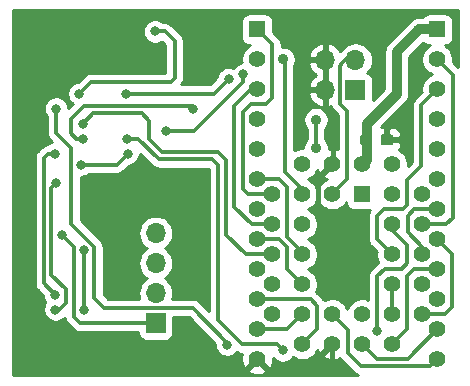
<source format=gbl>
G04 #@! TF.GenerationSoftware,KiCad,Pcbnew,(5.1.0)-1*
G04 #@! TF.CreationDate,2021-03-18T21:34:57+01:00*
G04 #@! TF.ProjectId,Atari OSS Cartridge internal,41746172-6920-44f5-9353-204361727472,rev?*
G04 #@! TF.SameCoordinates,Original*
G04 #@! TF.FileFunction,Copper,L2,Bot*
G04 #@! TF.FilePolarity,Positive*
%FSLAX46Y46*%
G04 Gerber Fmt 4.6, Leading zero omitted, Abs format (unit mm)*
G04 Created by KiCad (PCBNEW (5.1.0)-1) date 2021-03-18 21:34:57*
%MOMM*%
%LPD*%
G04 APERTURE LIST*
%ADD10O,1.700000X1.700000*%
%ADD11R,1.700000X1.700000*%
%ADD12C,1.422400*%
%ADD13R,1.422400X1.422400*%
%ADD14C,0.100000*%
%ADD15C,0.950000*%
%ADD16C,0.900000*%
%ADD17C,0.800000*%
%ADD18C,0.406400*%
%ADD19C,0.304800*%
%ADD20C,0.812800*%
%ADD21C,0.254000*%
G04 APERTURE END LIST*
D10*
X135382000Y-89408000D03*
X137922000Y-89408000D03*
X135382000Y-91948000D03*
D11*
X137922000Y-91948000D03*
D12*
X141046200Y-103327200D03*
X141046200Y-105867200D03*
X141046200Y-108407200D03*
X141046200Y-110947200D03*
X143586200Y-103327200D03*
X143586200Y-105867200D03*
X143586200Y-108407200D03*
X143586200Y-110947200D03*
X138506200Y-110947200D03*
X135966200Y-110947200D03*
X141046200Y-113487200D03*
X138506200Y-113487200D03*
X135966200Y-113487200D03*
X133426200Y-113487200D03*
X133426200Y-110947200D03*
X133426200Y-108407200D03*
X133426200Y-105867200D03*
X133426200Y-103327200D03*
X130886200Y-110947200D03*
X130886200Y-108407200D03*
X130886200Y-105867200D03*
X130886200Y-103327200D03*
X130886200Y-100787200D03*
X141046200Y-98247200D03*
X138506200Y-98247200D03*
X133426200Y-98247200D03*
X135966200Y-98247200D03*
X143586200Y-100787200D03*
X141046200Y-100787200D03*
X133426200Y-100787200D03*
X135966200Y-100787200D03*
D13*
X138506200Y-100787200D03*
D10*
X121031000Y-104063800D03*
X121031000Y-106603800D03*
X121031000Y-109143800D03*
D11*
X121031000Y-111683800D03*
D14*
G36*
X140911179Y-95690544D02*
G01*
X140934234Y-95693963D01*
X140956843Y-95699627D01*
X140978787Y-95707479D01*
X140999857Y-95717444D01*
X141019848Y-95729426D01*
X141038568Y-95743310D01*
X141055838Y-95758962D01*
X141071490Y-95776232D01*
X141085374Y-95794952D01*
X141097356Y-95814943D01*
X141107321Y-95836013D01*
X141115173Y-95857957D01*
X141120837Y-95880566D01*
X141124256Y-95903621D01*
X141125400Y-95926900D01*
X141125400Y-96401900D01*
X141124256Y-96425179D01*
X141120837Y-96448234D01*
X141115173Y-96470843D01*
X141107321Y-96492787D01*
X141097356Y-96513857D01*
X141085374Y-96533848D01*
X141071490Y-96552568D01*
X141055838Y-96569838D01*
X141038568Y-96585490D01*
X141019848Y-96599374D01*
X140999857Y-96611356D01*
X140978787Y-96621321D01*
X140956843Y-96629173D01*
X140934234Y-96634837D01*
X140911179Y-96638256D01*
X140887900Y-96639400D01*
X140312900Y-96639400D01*
X140289621Y-96638256D01*
X140266566Y-96634837D01*
X140243957Y-96629173D01*
X140222013Y-96621321D01*
X140200943Y-96611356D01*
X140180952Y-96599374D01*
X140162232Y-96585490D01*
X140144962Y-96569838D01*
X140129310Y-96552568D01*
X140115426Y-96533848D01*
X140103444Y-96513857D01*
X140093479Y-96492787D01*
X140085627Y-96470843D01*
X140079963Y-96448234D01*
X140076544Y-96425179D01*
X140075400Y-96401900D01*
X140075400Y-95926900D01*
X140076544Y-95903621D01*
X140079963Y-95880566D01*
X140085627Y-95857957D01*
X140093479Y-95836013D01*
X140103444Y-95814943D01*
X140115426Y-95794952D01*
X140129310Y-95776232D01*
X140144962Y-95758962D01*
X140162232Y-95743310D01*
X140180952Y-95729426D01*
X140200943Y-95717444D01*
X140222013Y-95707479D01*
X140243957Y-95699627D01*
X140266566Y-95693963D01*
X140289621Y-95690544D01*
X140312900Y-95689400D01*
X140887900Y-95689400D01*
X140911179Y-95690544D01*
X140911179Y-95690544D01*
G37*
D15*
X140600400Y-96164400D03*
D14*
G36*
X139161179Y-95690544D02*
G01*
X139184234Y-95693963D01*
X139206843Y-95699627D01*
X139228787Y-95707479D01*
X139249857Y-95717444D01*
X139269848Y-95729426D01*
X139288568Y-95743310D01*
X139305838Y-95758962D01*
X139321490Y-95776232D01*
X139335374Y-95794952D01*
X139347356Y-95814943D01*
X139357321Y-95836013D01*
X139365173Y-95857957D01*
X139370837Y-95880566D01*
X139374256Y-95903621D01*
X139375400Y-95926900D01*
X139375400Y-96401900D01*
X139374256Y-96425179D01*
X139370837Y-96448234D01*
X139365173Y-96470843D01*
X139357321Y-96492787D01*
X139347356Y-96513857D01*
X139335374Y-96533848D01*
X139321490Y-96552568D01*
X139305838Y-96569838D01*
X139288568Y-96585490D01*
X139269848Y-96599374D01*
X139249857Y-96611356D01*
X139228787Y-96621321D01*
X139206843Y-96629173D01*
X139184234Y-96634837D01*
X139161179Y-96638256D01*
X139137900Y-96639400D01*
X138562900Y-96639400D01*
X138539621Y-96638256D01*
X138516566Y-96634837D01*
X138493957Y-96629173D01*
X138472013Y-96621321D01*
X138450943Y-96611356D01*
X138430952Y-96599374D01*
X138412232Y-96585490D01*
X138394962Y-96569838D01*
X138379310Y-96552568D01*
X138365426Y-96533848D01*
X138353444Y-96513857D01*
X138343479Y-96492787D01*
X138335627Y-96470843D01*
X138329963Y-96448234D01*
X138326544Y-96425179D01*
X138325400Y-96401900D01*
X138325400Y-95926900D01*
X138326544Y-95903621D01*
X138329963Y-95880566D01*
X138335627Y-95857957D01*
X138343479Y-95836013D01*
X138353444Y-95814943D01*
X138365426Y-95794952D01*
X138379310Y-95776232D01*
X138394962Y-95758962D01*
X138412232Y-95743310D01*
X138430952Y-95729426D01*
X138450943Y-95717444D01*
X138472013Y-95707479D01*
X138493957Y-95699627D01*
X138516566Y-95693963D01*
X138539621Y-95690544D01*
X138562900Y-95689400D01*
X139137900Y-95689400D01*
X139161179Y-95690544D01*
X139161179Y-95690544D01*
G37*
D15*
X138850400Y-96164400D03*
D12*
X129616200Y-114757200D03*
X129616200Y-112217200D03*
X129616200Y-109677200D03*
X129616200Y-107137200D03*
X129616200Y-104597200D03*
X129616200Y-102057200D03*
X129616200Y-99517200D03*
X129616200Y-96977200D03*
X129616200Y-94437200D03*
X129616200Y-91897200D03*
X129616200Y-89357200D03*
D13*
X129616200Y-86817200D03*
D12*
X144856200Y-114757200D03*
X144856200Y-112217200D03*
X144856200Y-109677200D03*
X144856200Y-107137200D03*
X144856200Y-104597200D03*
X144856200Y-102057200D03*
X144856200Y-99517200D03*
X144856200Y-96977200D03*
X144856200Y-94437200D03*
X144856200Y-91897200D03*
X144856200Y-89357200D03*
D13*
X144856200Y-86817200D03*
D16*
X135940800Y-103403400D03*
X135940800Y-105765600D03*
X138176000Y-105740200D03*
X138226800Y-103403400D03*
D17*
X120459500Y-88455500D03*
D16*
X120459500Y-89598500D03*
X113284000Y-88328500D03*
X109474000Y-88328500D03*
X109474000Y-91122500D03*
X109410500Y-85598000D03*
X109537500Y-101981000D03*
X109474000Y-114554000D03*
X111760000Y-114554000D03*
X114046000Y-114554000D03*
X116586000Y-114554000D03*
X122682000Y-114554000D03*
X125222000Y-114554000D03*
X125222000Y-109296200D03*
X118364000Y-101092000D03*
X118364000Y-104648000D03*
X125222000Y-107213400D03*
X135890000Y-107950000D03*
X138176000Y-107950000D03*
X143002000Y-91719400D03*
X139852400Y-90728800D03*
X139852400Y-88442800D03*
X142976600Y-89839800D03*
X118364000Y-106781600D03*
D17*
X112598200Y-93522800D03*
X127076200Y-113512600D03*
X114884200Y-94792800D03*
D16*
X131775200Y-89357200D03*
X134594600Y-94462600D03*
X134594600Y-96850200D03*
D17*
X128447800Y-90627200D03*
X121869200Y-95453200D03*
X114554000Y-92265500D03*
X120967500Y-86995000D03*
X113080800Y-104190800D03*
X114884200Y-96062800D03*
X124180600Y-93522800D03*
X112598200Y-99847400D03*
X112522000Y-110540800D03*
X118643400Y-97332800D03*
X114681000Y-98272600D03*
X112496600Y-97332800D03*
X112496602Y-109270800D03*
X114909600Y-110540800D03*
X114909600Y-105460800D03*
X139776200Y-112344200D03*
X118618000Y-96062800D03*
X131775200Y-113995200D03*
X127203200Y-91033600D03*
X118541800Y-92252800D03*
D18*
X140600400Y-96164400D02*
X140625800Y-96189800D01*
X136017000Y-98196400D02*
X135966200Y-98247200D01*
X135966200Y-98247200D02*
X134721600Y-99491800D01*
X134721600Y-102184200D02*
X135940800Y-103403400D01*
X134721600Y-99491800D02*
X134721600Y-102184200D01*
X135382000Y-93395800D02*
X135382000Y-91948000D01*
X135991600Y-94005400D02*
X135382000Y-93395800D01*
X135966200Y-98247200D02*
X135991600Y-98221800D01*
X135991600Y-98221800D02*
X135991600Y-94005400D01*
X130479800Y-115620800D02*
X129616200Y-114757200D01*
X135966200Y-113487200D02*
X135966200Y-115620800D01*
X135966200Y-115620800D02*
X130479800Y-115620800D01*
D19*
X132156200Y-112217200D02*
X133426200Y-110947200D01*
X129616200Y-112217200D02*
X132156200Y-112217200D01*
X130621988Y-109677200D02*
X129616200Y-109677200D01*
X134137400Y-109677200D02*
X130621988Y-109677200D01*
X134696200Y-110236000D02*
X134137400Y-109677200D01*
X133426200Y-113487200D02*
X134696200Y-112217200D01*
X134696200Y-112217200D02*
X134696200Y-110236000D01*
X132715001Y-107696001D02*
X133426200Y-108407200D01*
X132156200Y-107137200D02*
X132715001Y-107696001D01*
X132156200Y-105283000D02*
X132156200Y-107137200D01*
X129616200Y-104597200D02*
X131470400Y-104597200D01*
X131470400Y-104597200D02*
X132156200Y-105283000D01*
X127076200Y-113334800D02*
X127076200Y-113512600D01*
X124155200Y-110413800D02*
X127076200Y-113334800D01*
X116662200Y-110413800D02*
X124155200Y-110413800D01*
X112598200Y-95580200D02*
X113868200Y-96850200D01*
X112598200Y-93522800D02*
X112598200Y-95580200D01*
X113868200Y-96850200D02*
X113868200Y-103305846D01*
X113868200Y-103305846D02*
X115824000Y-105261646D01*
X115824000Y-105261646D02*
X115824000Y-109575600D01*
X115824000Y-109575600D02*
X116662200Y-110413800D01*
X130621988Y-99517200D02*
X129616200Y-99517200D01*
X131470400Y-99517200D02*
X130621988Y-99517200D01*
X132156200Y-100203000D02*
X131470400Y-99517200D01*
X132156200Y-104419400D02*
X132156200Y-100203000D01*
X133426200Y-105867200D02*
X133426200Y-105689400D01*
X133426200Y-105689400D02*
X132156200Y-104419400D01*
X127000000Y-104241600D02*
X128625600Y-105867200D01*
X126288800Y-97180400D02*
X127000000Y-97891600D01*
X128625600Y-105867200D02*
X130886200Y-105867200D01*
X114884200Y-94792800D02*
X115747800Y-93929200D01*
X127000000Y-97891600D02*
X127000000Y-104241600D01*
X119862600Y-93929200D02*
X120472200Y-94538800D01*
X120472200Y-94538800D02*
X120472200Y-96062800D01*
X120472200Y-96062800D02*
X121589800Y-97180400D01*
X115747800Y-93929200D02*
X119862600Y-93929200D01*
X121589800Y-97180400D02*
X126288800Y-97180400D01*
X129108200Y-91897200D02*
X129616200Y-91897200D01*
X127685800Y-93319600D02*
X129108200Y-91897200D01*
X127685800Y-101854000D02*
X127685800Y-93319600D01*
X130886200Y-103327200D02*
X129159000Y-103327200D01*
X129159000Y-103327200D02*
X127685800Y-101854000D01*
X133426200Y-100787200D02*
X133426200Y-100355400D01*
X133426200Y-100355400D02*
X131978400Y-98907600D01*
X131978400Y-98907600D02*
X131978400Y-92456000D01*
X131978400Y-92456000D02*
X131978400Y-89560400D01*
X131978400Y-89560400D02*
X131775200Y-89357200D01*
X130886200Y-88087200D02*
X129616200Y-86817200D01*
X128854200Y-100787200D02*
X128371600Y-100304600D01*
X130886200Y-100787200D02*
X128854200Y-100787200D01*
X130886200Y-92633800D02*
X130886200Y-88087200D01*
X128371600Y-100304600D02*
X128371600Y-93853000D01*
X128371600Y-93853000D02*
X129057400Y-93167200D01*
X129057400Y-93167200D02*
X130352800Y-93167200D01*
X130352800Y-93167200D02*
X130886200Y-92633800D01*
X136677399Y-111658399D02*
X135966200Y-110947200D01*
X137261600Y-112242600D02*
X136677399Y-111658399D01*
X137261600Y-114223800D02*
X137261600Y-112242600D01*
X138379200Y-115341400D02*
X137261600Y-114223800D01*
X144856200Y-114757200D02*
X144272000Y-115341400D01*
X144272000Y-115341400D02*
X138379200Y-115341400D01*
X139217399Y-114198399D02*
X138506200Y-113487200D01*
X139750800Y-114731800D02*
X139217399Y-114198399D01*
X144856200Y-112217200D02*
X142341600Y-114731800D01*
X142341600Y-114731800D02*
X139750800Y-114731800D01*
X143850412Y-107137200D02*
X144856200Y-107137200D01*
X142875000Y-107137200D02*
X143850412Y-107137200D01*
X142316200Y-107696000D02*
X142875000Y-107137200D01*
X141046200Y-113487200D02*
X142316200Y-112217200D01*
X142316200Y-112217200D02*
X142316200Y-107696000D01*
X145567399Y-105308399D02*
X144856200Y-104597200D01*
X146100800Y-105841800D02*
X145567399Y-105308399D01*
X146100800Y-110337600D02*
X146100800Y-105841800D01*
X143586200Y-110947200D02*
X145491200Y-110947200D01*
X145491200Y-110947200D02*
X146100800Y-110337600D01*
X143850412Y-102057200D02*
X144856200Y-102057200D01*
X142900400Y-102057200D02*
X143850412Y-102057200D01*
X142341600Y-102616000D02*
X142900400Y-102057200D01*
X142341600Y-104013000D02*
X142341600Y-102616000D01*
X143586200Y-105867200D02*
X143586200Y-105257600D01*
X143586200Y-105257600D02*
X142341600Y-104013000D01*
X134594600Y-94462600D02*
X134594600Y-96850200D01*
X124258196Y-95453200D02*
X122434885Y-95453200D01*
X122434885Y-95453200D02*
X121869200Y-95453200D01*
X128447800Y-90627200D02*
X128447800Y-91263596D01*
X128447800Y-91263596D02*
X124258196Y-95453200D01*
X143510000Y-98348800D02*
X143510000Y-93243400D01*
X139776200Y-104597200D02*
X139776200Y-102610272D01*
X143510000Y-93243400D02*
X144856200Y-91897200D01*
X141046200Y-105867200D02*
X139776200Y-104597200D01*
X139776200Y-102610272D02*
X140329272Y-102057200D01*
X140329272Y-102057200D02*
X141935200Y-102057200D01*
X142316200Y-99542600D02*
X143510000Y-98348800D01*
X141935200Y-102057200D02*
X142316200Y-101676200D01*
X142316200Y-101676200D02*
X142316200Y-99542600D01*
X145567399Y-90068399D02*
X144856200Y-89357200D01*
X146151600Y-90652600D02*
X145567399Y-90068399D01*
X146151600Y-102768400D02*
X146151600Y-90652600D01*
X143586200Y-103327200D02*
X145592800Y-103327200D01*
X145592800Y-103327200D02*
X146151600Y-102768400D01*
D20*
X143332200Y-86817200D02*
X144856200Y-86817200D01*
X141427200Y-88722200D02*
X143332200Y-86817200D01*
X141427200Y-92278200D02*
X141427200Y-88722200D01*
X138872900Y-94832500D02*
X141427200Y-92278200D01*
X138506200Y-98247200D02*
X138872900Y-97880500D01*
X138872900Y-97880500D02*
X138872900Y-94832500D01*
D19*
X121793000Y-86995000D02*
X120967500Y-86995000D01*
X122631200Y-87833200D02*
X121793000Y-86995000D01*
X122631200Y-90906600D02*
X122631200Y-87833200D01*
X122275600Y-91262200D02*
X122631200Y-90906600D01*
X114554000Y-92265500D02*
X115557300Y-91262200D01*
X115557300Y-91262200D02*
X122275600Y-91262200D01*
X136818001Y-89699199D02*
X137668000Y-88849200D01*
X136626600Y-89890600D02*
X136818001Y-89699199D01*
X136626600Y-93116400D02*
X136626600Y-89890600D01*
X137236200Y-93726000D02*
X136626600Y-93116400D01*
X135966200Y-100787200D02*
X137236200Y-99517200D01*
X137236200Y-99517200D02*
X137236200Y-93726000D01*
X121031000Y-111683800D02*
X114630200Y-111683800D01*
X114630200Y-111683800D02*
X114096800Y-111150400D01*
X114096800Y-111150400D02*
X114096800Y-105206800D01*
X114096800Y-105206800D02*
X113080800Y-104190800D01*
X114249200Y-96062800D02*
X114884200Y-96062800D01*
X113817400Y-95631000D02*
X114249200Y-96062800D01*
X113817400Y-94411800D02*
X113817400Y-95631000D01*
X114909600Y-93319600D02*
X113817400Y-94411800D01*
X124180600Y-93522800D02*
X123977400Y-93319600D01*
X123977400Y-93319600D02*
X114909600Y-93319600D01*
X112198201Y-100247399D02*
X112598200Y-99847400D01*
X112198201Y-107575401D02*
X112198201Y-100247399D01*
X113411000Y-108788200D02*
X112198201Y-107575401D01*
X113411000Y-109956600D02*
X113411000Y-108788200D01*
X112522000Y-110540800D02*
X112826800Y-110540800D01*
X112826800Y-110540800D02*
X113411000Y-109956600D01*
X117703600Y-98272600D02*
X118643400Y-97332800D01*
X114681000Y-98272600D02*
X117703600Y-98272600D01*
X111930915Y-97332800D02*
X111556800Y-97706915D01*
X112496600Y-97332800D02*
X111930915Y-97332800D01*
X111556800Y-108330998D02*
X112496602Y-109270800D01*
X111556800Y-97706915D02*
X111556800Y-108330998D01*
X114909600Y-110540800D02*
X114909600Y-105460800D01*
X141046200Y-103809800D02*
X141046200Y-103327200D01*
X139776200Y-107721400D02*
X140411200Y-107086400D01*
X139776200Y-112344200D02*
X139776200Y-107721400D01*
X140411200Y-107086400D02*
X141833600Y-107086400D01*
X141833600Y-107086400D02*
X142290800Y-106629200D01*
X142290800Y-106629200D02*
X142290800Y-105054400D01*
X142290800Y-105054400D02*
X141046200Y-103809800D01*
X119507000Y-96062800D02*
X118618000Y-96062800D01*
X121259600Y-97815400D02*
X119507000Y-96062800D01*
X131267200Y-113487200D02*
X128320800Y-113487200D01*
X131775200Y-113995200D02*
X131267200Y-113487200D01*
X128320800Y-113487200D02*
X126288800Y-111455200D01*
X126288800Y-111455200D02*
X126288800Y-98298000D01*
X126288800Y-98298000D02*
X125806200Y-97815400D01*
X125806200Y-97815400D02*
X121259600Y-97815400D01*
X141046200Y-108407200D02*
X141046200Y-110947200D01*
X121818400Y-92252800D02*
X125984000Y-92252800D01*
X125984000Y-92252800D02*
X127203200Y-91033600D01*
X121818400Y-92252800D02*
X118541800Y-92252800D01*
D21*
G36*
X146583800Y-89971249D02*
G01*
X146185799Y-89573249D01*
X146202400Y-89489789D01*
X146202400Y-89224611D01*
X146150667Y-88964528D01*
X146049187Y-88719535D01*
X145901862Y-88499047D01*
X145714353Y-88311538D01*
X145497246Y-88166472D01*
X145567400Y-88166472D01*
X145691882Y-88154212D01*
X145811580Y-88117902D01*
X145921894Y-88058937D01*
X146018585Y-87979585D01*
X146097937Y-87882894D01*
X146156902Y-87772580D01*
X146193212Y-87652882D01*
X146205472Y-87528400D01*
X146205472Y-86106000D01*
X146193212Y-85981518D01*
X146156902Y-85861820D01*
X146097937Y-85751506D01*
X146018585Y-85654815D01*
X145921894Y-85575463D01*
X145811580Y-85516498D01*
X145691882Y-85480188D01*
X145567400Y-85467928D01*
X144145000Y-85467928D01*
X144020518Y-85480188D01*
X143900820Y-85516498D01*
X143790506Y-85575463D01*
X143693815Y-85654815D01*
X143614463Y-85751506D01*
X143601477Y-85775800D01*
X143383341Y-85775800D01*
X143332200Y-85770763D01*
X143281058Y-85775800D01*
X143281048Y-85775800D01*
X143128050Y-85790869D01*
X142931746Y-85850417D01*
X142910413Y-85861820D01*
X142750830Y-85947119D01*
X142631989Y-86044649D01*
X142631985Y-86044653D01*
X142592257Y-86077257D01*
X142559653Y-86116985D01*
X140726986Y-87949653D01*
X140687258Y-87982257D01*
X140654654Y-88021985D01*
X140654650Y-88021989D01*
X140557119Y-88140831D01*
X140460418Y-88321745D01*
X140460418Y-88321746D01*
X140406635Y-88499047D01*
X140400870Y-88518051D01*
X140380763Y-88722200D01*
X140385801Y-88773351D01*
X140385800Y-91846838D01*
X139407388Y-92825250D01*
X139410072Y-92798000D01*
X139410072Y-91098000D01*
X139397812Y-90973518D01*
X139361502Y-90853820D01*
X139302537Y-90743506D01*
X139223185Y-90646815D01*
X139126494Y-90567463D01*
X139016180Y-90508498D01*
X138947313Y-90487607D01*
X138977134Y-90463134D01*
X139162706Y-90237014D01*
X139300599Y-89979034D01*
X139385513Y-89699111D01*
X139414185Y-89408000D01*
X139385513Y-89116889D01*
X139300599Y-88836966D01*
X139162706Y-88578986D01*
X138977134Y-88352866D01*
X138751014Y-88167294D01*
X138493034Y-88029401D01*
X138213111Y-87944487D01*
X137994950Y-87923000D01*
X137849050Y-87923000D01*
X137630889Y-87944487D01*
X137350966Y-88029401D01*
X137092986Y-88167294D01*
X136866866Y-88352866D01*
X136681294Y-88578986D01*
X136650416Y-88636756D01*
X136479588Y-88407731D01*
X136263355Y-88212822D01*
X136013252Y-88063843D01*
X135738891Y-87966519D01*
X135509000Y-88087186D01*
X135509000Y-89281000D01*
X135529000Y-89281000D01*
X135529000Y-89535000D01*
X135509000Y-89535000D01*
X135509000Y-91821000D01*
X135529000Y-91821000D01*
X135529000Y-92075000D01*
X135509000Y-92075000D01*
X135509000Y-93268814D01*
X135738891Y-93389481D01*
X135872258Y-93342172D01*
X135895618Y-93419182D01*
X135968734Y-93555971D01*
X136067131Y-93675869D01*
X136097177Y-93700527D01*
X136448801Y-94052152D01*
X136448800Y-96986895D01*
X136414691Y-96970998D01*
X136157098Y-96908024D01*
X135892170Y-96896513D01*
X135679600Y-96929277D01*
X135679600Y-96743337D01*
X135637904Y-96533717D01*
X135556115Y-96336260D01*
X135437375Y-96158553D01*
X135382000Y-96103178D01*
X135382000Y-95209622D01*
X135437375Y-95154247D01*
X135556115Y-94976540D01*
X135637904Y-94779083D01*
X135679600Y-94569463D01*
X135679600Y-94355737D01*
X135637904Y-94146117D01*
X135556115Y-93948660D01*
X135437375Y-93770953D01*
X135286247Y-93619825D01*
X135108540Y-93501085D01*
X134911083Y-93419296D01*
X134701463Y-93377600D01*
X134487737Y-93377600D01*
X134278117Y-93419296D01*
X134080660Y-93501085D01*
X133902953Y-93619825D01*
X133751825Y-93770953D01*
X133633085Y-93948660D01*
X133551296Y-94146117D01*
X133509600Y-94355737D01*
X133509600Y-94569463D01*
X133551296Y-94779083D01*
X133633085Y-94976540D01*
X133751825Y-95154247D01*
X133807200Y-95209622D01*
X133807201Y-96103177D01*
X133751825Y-96158553D01*
X133633085Y-96336260D01*
X133551296Y-96533717D01*
X133509600Y-96743337D01*
X133509600Y-96901000D01*
X133293611Y-96901000D01*
X133033528Y-96952733D01*
X132788535Y-97054213D01*
X132765800Y-97069404D01*
X132765800Y-92304890D01*
X133940524Y-92304890D01*
X133985175Y-92452099D01*
X134110359Y-92714920D01*
X134284412Y-92948269D01*
X134500645Y-93143178D01*
X134750748Y-93292157D01*
X135025109Y-93389481D01*
X135255000Y-93268814D01*
X135255000Y-92075000D01*
X134061845Y-92075000D01*
X133940524Y-92304890D01*
X132765800Y-92304890D01*
X132765800Y-89800922D01*
X132780724Y-89764890D01*
X133940524Y-89764890D01*
X133985175Y-89912099D01*
X134110359Y-90174920D01*
X134284412Y-90408269D01*
X134500645Y-90603178D01*
X134626255Y-90678000D01*
X134500645Y-90752822D01*
X134284412Y-90947731D01*
X134110359Y-91181080D01*
X133985175Y-91443901D01*
X133940524Y-91591110D01*
X134061845Y-91821000D01*
X135255000Y-91821000D01*
X135255000Y-89535000D01*
X134061845Y-89535000D01*
X133940524Y-89764890D01*
X132780724Y-89764890D01*
X132818504Y-89673683D01*
X132860200Y-89464063D01*
X132860200Y-89250337D01*
X132820572Y-89051110D01*
X133940524Y-89051110D01*
X134061845Y-89281000D01*
X135255000Y-89281000D01*
X135255000Y-88087186D01*
X135025109Y-87966519D01*
X134750748Y-88063843D01*
X134500645Y-88212822D01*
X134284412Y-88407731D01*
X134110359Y-88641080D01*
X133985175Y-88903901D01*
X133940524Y-89051110D01*
X132820572Y-89051110D01*
X132818504Y-89040717D01*
X132736715Y-88843260D01*
X132617975Y-88665553D01*
X132466847Y-88514425D01*
X132289140Y-88395685D01*
X132091683Y-88313896D01*
X131882063Y-88272200D01*
X131673600Y-88272200D01*
X131673600Y-88125862D01*
X131677408Y-88087199D01*
X131673600Y-88048536D01*
X131673600Y-88048527D01*
X131662206Y-87932843D01*
X131617182Y-87784417D01*
X131544066Y-87647628D01*
X131445669Y-87527731D01*
X131415633Y-87503081D01*
X130965472Y-87052921D01*
X130965472Y-86106000D01*
X130953212Y-85981518D01*
X130916902Y-85861820D01*
X130857937Y-85751506D01*
X130778585Y-85654815D01*
X130681894Y-85575463D01*
X130571580Y-85516498D01*
X130451882Y-85480188D01*
X130327400Y-85467928D01*
X128905000Y-85467928D01*
X128780518Y-85480188D01*
X128660820Y-85516498D01*
X128550506Y-85575463D01*
X128453815Y-85654815D01*
X128374463Y-85751506D01*
X128315498Y-85861820D01*
X128279188Y-85981518D01*
X128266928Y-86106000D01*
X128266928Y-87528400D01*
X128279188Y-87652882D01*
X128315498Y-87772580D01*
X128374463Y-87882894D01*
X128453815Y-87979585D01*
X128550506Y-88058937D01*
X128660820Y-88117902D01*
X128780518Y-88154212D01*
X128905000Y-88166472D01*
X128975154Y-88166472D01*
X128758047Y-88311538D01*
X128570538Y-88499047D01*
X128423213Y-88719535D01*
X128321733Y-88964528D01*
X128270000Y-89224611D01*
X128270000Y-89489789D01*
X128292482Y-89602818D01*
X128145902Y-89631974D01*
X127957544Y-89709995D01*
X127788026Y-89823263D01*
X127643863Y-89967426D01*
X127576653Y-90068013D01*
X127505098Y-90038374D01*
X127305139Y-89998600D01*
X127101261Y-89998600D01*
X126901302Y-90038374D01*
X126712944Y-90116395D01*
X126543426Y-90229663D01*
X126399263Y-90373826D01*
X126285995Y-90543344D01*
X126207974Y-90731702D01*
X126168200Y-90931661D01*
X126168200Y-90955049D01*
X125657850Y-91465400D01*
X123191218Y-91465400D01*
X123289066Y-91346172D01*
X123362182Y-91209383D01*
X123407206Y-91060957D01*
X123418600Y-90945273D01*
X123418600Y-90945264D01*
X123422408Y-90906601D01*
X123418600Y-90867938D01*
X123418600Y-87871863D01*
X123422408Y-87833200D01*
X123418600Y-87794537D01*
X123418600Y-87794527D01*
X123407206Y-87678843D01*
X123362182Y-87530417D01*
X123338043Y-87485256D01*
X123289066Y-87393627D01*
X123215321Y-87303770D01*
X123190669Y-87273731D01*
X123160627Y-87249077D01*
X122377127Y-86465577D01*
X122352469Y-86435531D01*
X122232572Y-86337134D01*
X122095783Y-86264018D01*
X121947357Y-86218994D01*
X121831673Y-86207600D01*
X121831663Y-86207600D01*
X121793000Y-86203792D01*
X121754337Y-86207600D01*
X121643811Y-86207600D01*
X121627274Y-86191063D01*
X121457756Y-86077795D01*
X121269398Y-85999774D01*
X121069439Y-85960000D01*
X120865561Y-85960000D01*
X120665602Y-85999774D01*
X120477244Y-86077795D01*
X120307726Y-86191063D01*
X120163563Y-86335226D01*
X120050295Y-86504744D01*
X119972274Y-86693102D01*
X119932500Y-86893061D01*
X119932500Y-87096939D01*
X119972274Y-87296898D01*
X120050295Y-87485256D01*
X120163563Y-87654774D01*
X120307726Y-87798937D01*
X120477244Y-87912205D01*
X120665602Y-87990226D01*
X120865561Y-88030000D01*
X121069439Y-88030000D01*
X121269398Y-87990226D01*
X121457756Y-87912205D01*
X121541020Y-87856570D01*
X121843801Y-88159352D01*
X121843800Y-90474800D01*
X115595962Y-90474800D01*
X115557299Y-90470992D01*
X115518636Y-90474800D01*
X115518627Y-90474800D01*
X115402943Y-90486194D01*
X115254517Y-90531218D01*
X115117728Y-90604334D01*
X115117726Y-90604335D01*
X115117727Y-90604335D01*
X115027869Y-90678079D01*
X115027867Y-90678081D01*
X114997831Y-90702731D01*
X114973181Y-90732767D01*
X114475449Y-91230500D01*
X114452061Y-91230500D01*
X114252102Y-91270274D01*
X114063744Y-91348295D01*
X113894226Y-91461563D01*
X113750063Y-91605726D01*
X113636795Y-91775244D01*
X113558774Y-91963602D01*
X113519000Y-92163561D01*
X113519000Y-92367439D01*
X113558774Y-92567398D01*
X113636795Y-92755756D01*
X113750063Y-92925274D01*
X113894226Y-93069437D01*
X113985335Y-93130314D01*
X113633200Y-93482450D01*
X113633200Y-93420861D01*
X113593426Y-93220902D01*
X113515405Y-93032544D01*
X113402137Y-92863026D01*
X113257974Y-92718863D01*
X113088456Y-92605595D01*
X112900098Y-92527574D01*
X112700139Y-92487800D01*
X112496261Y-92487800D01*
X112296302Y-92527574D01*
X112107944Y-92605595D01*
X111938426Y-92718863D01*
X111794263Y-92863026D01*
X111680995Y-93032544D01*
X111602974Y-93220902D01*
X111563200Y-93420861D01*
X111563200Y-93624739D01*
X111602974Y-93824698D01*
X111680995Y-94013056D01*
X111794263Y-94182574D01*
X111810800Y-94199111D01*
X111810801Y-95541527D01*
X111806992Y-95580200D01*
X111822195Y-95734557D01*
X111867218Y-95882982D01*
X111890693Y-95926900D01*
X111940335Y-96019772D01*
X112038732Y-96139669D01*
X112068773Y-96164323D01*
X112234173Y-96329723D01*
X112194702Y-96337574D01*
X112006344Y-96415595D01*
X111836826Y-96528863D01*
X111812428Y-96553261D01*
X111776558Y-96556794D01*
X111628132Y-96601818D01*
X111491343Y-96674934D01*
X111371446Y-96773331D01*
X111346791Y-96803373D01*
X111027377Y-97122788D01*
X110997331Y-97147446D01*
X110898934Y-97267344D01*
X110825818Y-97404133D01*
X110780794Y-97552559D01*
X110769400Y-97668243D01*
X110769400Y-97668252D01*
X110765592Y-97706915D01*
X110769400Y-97745578D01*
X110769401Y-108292325D01*
X110765592Y-108330998D01*
X110780795Y-108485355D01*
X110825818Y-108633780D01*
X110883327Y-108741370D01*
X110898935Y-108770570D01*
X110997332Y-108890467D01*
X111027373Y-108915121D01*
X111461602Y-109349351D01*
X111461602Y-109372739D01*
X111501376Y-109572698D01*
X111579397Y-109761056D01*
X111688811Y-109924805D01*
X111604795Y-110050544D01*
X111526774Y-110238902D01*
X111487000Y-110438861D01*
X111487000Y-110642739D01*
X111526774Y-110842698D01*
X111604795Y-111031056D01*
X111718063Y-111200574D01*
X111862226Y-111344737D01*
X112031744Y-111458005D01*
X112220102Y-111536026D01*
X112420061Y-111575800D01*
X112623939Y-111575800D01*
X112823898Y-111536026D01*
X113012256Y-111458005D01*
X113181774Y-111344737D01*
X113311914Y-111214597D01*
X113320794Y-111304756D01*
X113365818Y-111453182D01*
X113438934Y-111589971D01*
X113537331Y-111709869D01*
X113567377Y-111734527D01*
X114046081Y-112213232D01*
X114070731Y-112243269D01*
X114100767Y-112267919D01*
X114100770Y-112267922D01*
X114167904Y-112323017D01*
X114190628Y-112341666D01*
X114327417Y-112414782D01*
X114475843Y-112459806D01*
X114591527Y-112471200D01*
X114591535Y-112471200D01*
X114630200Y-112475008D01*
X114668865Y-112471200D01*
X119542928Y-112471200D01*
X119542928Y-112533800D01*
X119555188Y-112658282D01*
X119591498Y-112777980D01*
X119650463Y-112888294D01*
X119729815Y-112984985D01*
X119826506Y-113064337D01*
X119936820Y-113123302D01*
X120056518Y-113159612D01*
X120181000Y-113171872D01*
X121881000Y-113171872D01*
X122005482Y-113159612D01*
X122125180Y-113123302D01*
X122235494Y-113064337D01*
X122332185Y-112984985D01*
X122411537Y-112888294D01*
X122470502Y-112777980D01*
X122506812Y-112658282D01*
X122519072Y-112533800D01*
X122519072Y-111201200D01*
X123829050Y-111201200D01*
X126041200Y-113413351D01*
X126041200Y-113614539D01*
X126080974Y-113814498D01*
X126158995Y-114002856D01*
X126272263Y-114172374D01*
X126416426Y-114316537D01*
X126585944Y-114429805D01*
X126774302Y-114507826D01*
X126974261Y-114547600D01*
X127178139Y-114547600D01*
X127378098Y-114507826D01*
X127566456Y-114429805D01*
X127735974Y-114316537D01*
X127880137Y-114172374D01*
X127893869Y-114151823D01*
X127979756Y-114197731D01*
X128018017Y-114218182D01*
X128166443Y-114263206D01*
X128282127Y-114274600D01*
X128282137Y-114274600D01*
X128320800Y-114278408D01*
X128355723Y-114274968D01*
X128339998Y-114308709D01*
X128277024Y-114566302D01*
X128265513Y-114831230D01*
X128305909Y-115093313D01*
X128396658Y-115342480D01*
X128452017Y-115446048D01*
X128686927Y-115506868D01*
X129436595Y-114757200D01*
X129422453Y-114743058D01*
X129602058Y-114563453D01*
X129616200Y-114577595D01*
X129630343Y-114563453D01*
X129809948Y-114743058D01*
X129795805Y-114757200D01*
X130545473Y-115506868D01*
X130780383Y-115446048D01*
X130892402Y-115205691D01*
X130955376Y-114948098D01*
X130966887Y-114683170D01*
X130959926Y-114638007D01*
X130971263Y-114654974D01*
X131115426Y-114799137D01*
X131284944Y-114912405D01*
X131473302Y-114990426D01*
X131673261Y-115030200D01*
X131877139Y-115030200D01*
X132077098Y-114990426D01*
X132265456Y-114912405D01*
X132434974Y-114799137D01*
X132579137Y-114654974D01*
X132632122Y-114575676D01*
X132788535Y-114680187D01*
X133033528Y-114781667D01*
X133293611Y-114833400D01*
X133558789Y-114833400D01*
X133818872Y-114781667D01*
X134063865Y-114680187D01*
X134284353Y-114532862D01*
X134471862Y-114345353D01*
X134619187Y-114124865D01*
X134697169Y-113936600D01*
X134746658Y-114072480D01*
X134802017Y-114176048D01*
X135036927Y-114236868D01*
X135786595Y-113487200D01*
X135772453Y-113473058D01*
X135952058Y-113293453D01*
X135966200Y-113307595D01*
X135980343Y-113293453D01*
X136159948Y-113473058D01*
X136145805Y-113487200D01*
X136159948Y-113501343D01*
X135980343Y-113680948D01*
X135966200Y-113666805D01*
X135216532Y-114416473D01*
X135277352Y-114651383D01*
X135517709Y-114763402D01*
X135775302Y-114826376D01*
X136040230Y-114837887D01*
X136302313Y-114797491D01*
X136551480Y-114706742D01*
X136612542Y-114674103D01*
X136702131Y-114783269D01*
X136732177Y-114807928D01*
X137795077Y-115870828D01*
X137819731Y-115900869D01*
X137939628Y-115999266D01*
X138076417Y-116072382D01*
X138179989Y-116103800D01*
X129716746Y-116103800D01*
X129952313Y-116067491D01*
X130201480Y-115976742D01*
X130305048Y-115921383D01*
X130365868Y-115686473D01*
X129616200Y-114936805D01*
X128866532Y-115686473D01*
X128927352Y-115921383D01*
X129167709Y-116033402D01*
X129425302Y-116096376D01*
X129596167Y-116103800D01*
X108914800Y-116103800D01*
X108914800Y-85191200D01*
X146583800Y-85191200D01*
X146583800Y-89971249D01*
X146583800Y-89971249D01*
G37*
X146583800Y-89971249D02*
X146185799Y-89573249D01*
X146202400Y-89489789D01*
X146202400Y-89224611D01*
X146150667Y-88964528D01*
X146049187Y-88719535D01*
X145901862Y-88499047D01*
X145714353Y-88311538D01*
X145497246Y-88166472D01*
X145567400Y-88166472D01*
X145691882Y-88154212D01*
X145811580Y-88117902D01*
X145921894Y-88058937D01*
X146018585Y-87979585D01*
X146097937Y-87882894D01*
X146156902Y-87772580D01*
X146193212Y-87652882D01*
X146205472Y-87528400D01*
X146205472Y-86106000D01*
X146193212Y-85981518D01*
X146156902Y-85861820D01*
X146097937Y-85751506D01*
X146018585Y-85654815D01*
X145921894Y-85575463D01*
X145811580Y-85516498D01*
X145691882Y-85480188D01*
X145567400Y-85467928D01*
X144145000Y-85467928D01*
X144020518Y-85480188D01*
X143900820Y-85516498D01*
X143790506Y-85575463D01*
X143693815Y-85654815D01*
X143614463Y-85751506D01*
X143601477Y-85775800D01*
X143383341Y-85775800D01*
X143332200Y-85770763D01*
X143281058Y-85775800D01*
X143281048Y-85775800D01*
X143128050Y-85790869D01*
X142931746Y-85850417D01*
X142910413Y-85861820D01*
X142750830Y-85947119D01*
X142631989Y-86044649D01*
X142631985Y-86044653D01*
X142592257Y-86077257D01*
X142559653Y-86116985D01*
X140726986Y-87949653D01*
X140687258Y-87982257D01*
X140654654Y-88021985D01*
X140654650Y-88021989D01*
X140557119Y-88140831D01*
X140460418Y-88321745D01*
X140460418Y-88321746D01*
X140406635Y-88499047D01*
X140400870Y-88518051D01*
X140380763Y-88722200D01*
X140385801Y-88773351D01*
X140385800Y-91846838D01*
X139407388Y-92825250D01*
X139410072Y-92798000D01*
X139410072Y-91098000D01*
X139397812Y-90973518D01*
X139361502Y-90853820D01*
X139302537Y-90743506D01*
X139223185Y-90646815D01*
X139126494Y-90567463D01*
X139016180Y-90508498D01*
X138947313Y-90487607D01*
X138977134Y-90463134D01*
X139162706Y-90237014D01*
X139300599Y-89979034D01*
X139385513Y-89699111D01*
X139414185Y-89408000D01*
X139385513Y-89116889D01*
X139300599Y-88836966D01*
X139162706Y-88578986D01*
X138977134Y-88352866D01*
X138751014Y-88167294D01*
X138493034Y-88029401D01*
X138213111Y-87944487D01*
X137994950Y-87923000D01*
X137849050Y-87923000D01*
X137630889Y-87944487D01*
X137350966Y-88029401D01*
X137092986Y-88167294D01*
X136866866Y-88352866D01*
X136681294Y-88578986D01*
X136650416Y-88636756D01*
X136479588Y-88407731D01*
X136263355Y-88212822D01*
X136013252Y-88063843D01*
X135738891Y-87966519D01*
X135509000Y-88087186D01*
X135509000Y-89281000D01*
X135529000Y-89281000D01*
X135529000Y-89535000D01*
X135509000Y-89535000D01*
X135509000Y-91821000D01*
X135529000Y-91821000D01*
X135529000Y-92075000D01*
X135509000Y-92075000D01*
X135509000Y-93268814D01*
X135738891Y-93389481D01*
X135872258Y-93342172D01*
X135895618Y-93419182D01*
X135968734Y-93555971D01*
X136067131Y-93675869D01*
X136097177Y-93700527D01*
X136448801Y-94052152D01*
X136448800Y-96986895D01*
X136414691Y-96970998D01*
X136157098Y-96908024D01*
X135892170Y-96896513D01*
X135679600Y-96929277D01*
X135679600Y-96743337D01*
X135637904Y-96533717D01*
X135556115Y-96336260D01*
X135437375Y-96158553D01*
X135382000Y-96103178D01*
X135382000Y-95209622D01*
X135437375Y-95154247D01*
X135556115Y-94976540D01*
X135637904Y-94779083D01*
X135679600Y-94569463D01*
X135679600Y-94355737D01*
X135637904Y-94146117D01*
X135556115Y-93948660D01*
X135437375Y-93770953D01*
X135286247Y-93619825D01*
X135108540Y-93501085D01*
X134911083Y-93419296D01*
X134701463Y-93377600D01*
X134487737Y-93377600D01*
X134278117Y-93419296D01*
X134080660Y-93501085D01*
X133902953Y-93619825D01*
X133751825Y-93770953D01*
X133633085Y-93948660D01*
X133551296Y-94146117D01*
X133509600Y-94355737D01*
X133509600Y-94569463D01*
X133551296Y-94779083D01*
X133633085Y-94976540D01*
X133751825Y-95154247D01*
X133807200Y-95209622D01*
X133807201Y-96103177D01*
X133751825Y-96158553D01*
X133633085Y-96336260D01*
X133551296Y-96533717D01*
X133509600Y-96743337D01*
X133509600Y-96901000D01*
X133293611Y-96901000D01*
X133033528Y-96952733D01*
X132788535Y-97054213D01*
X132765800Y-97069404D01*
X132765800Y-92304890D01*
X133940524Y-92304890D01*
X133985175Y-92452099D01*
X134110359Y-92714920D01*
X134284412Y-92948269D01*
X134500645Y-93143178D01*
X134750748Y-93292157D01*
X135025109Y-93389481D01*
X135255000Y-93268814D01*
X135255000Y-92075000D01*
X134061845Y-92075000D01*
X133940524Y-92304890D01*
X132765800Y-92304890D01*
X132765800Y-89800922D01*
X132780724Y-89764890D01*
X133940524Y-89764890D01*
X133985175Y-89912099D01*
X134110359Y-90174920D01*
X134284412Y-90408269D01*
X134500645Y-90603178D01*
X134626255Y-90678000D01*
X134500645Y-90752822D01*
X134284412Y-90947731D01*
X134110359Y-91181080D01*
X133985175Y-91443901D01*
X133940524Y-91591110D01*
X134061845Y-91821000D01*
X135255000Y-91821000D01*
X135255000Y-89535000D01*
X134061845Y-89535000D01*
X133940524Y-89764890D01*
X132780724Y-89764890D01*
X132818504Y-89673683D01*
X132860200Y-89464063D01*
X132860200Y-89250337D01*
X132820572Y-89051110D01*
X133940524Y-89051110D01*
X134061845Y-89281000D01*
X135255000Y-89281000D01*
X135255000Y-88087186D01*
X135025109Y-87966519D01*
X134750748Y-88063843D01*
X134500645Y-88212822D01*
X134284412Y-88407731D01*
X134110359Y-88641080D01*
X133985175Y-88903901D01*
X133940524Y-89051110D01*
X132820572Y-89051110D01*
X132818504Y-89040717D01*
X132736715Y-88843260D01*
X132617975Y-88665553D01*
X132466847Y-88514425D01*
X132289140Y-88395685D01*
X132091683Y-88313896D01*
X131882063Y-88272200D01*
X131673600Y-88272200D01*
X131673600Y-88125862D01*
X131677408Y-88087199D01*
X131673600Y-88048536D01*
X131673600Y-88048527D01*
X131662206Y-87932843D01*
X131617182Y-87784417D01*
X131544066Y-87647628D01*
X131445669Y-87527731D01*
X131415633Y-87503081D01*
X130965472Y-87052921D01*
X130965472Y-86106000D01*
X130953212Y-85981518D01*
X130916902Y-85861820D01*
X130857937Y-85751506D01*
X130778585Y-85654815D01*
X130681894Y-85575463D01*
X130571580Y-85516498D01*
X130451882Y-85480188D01*
X130327400Y-85467928D01*
X128905000Y-85467928D01*
X128780518Y-85480188D01*
X128660820Y-85516498D01*
X128550506Y-85575463D01*
X128453815Y-85654815D01*
X128374463Y-85751506D01*
X128315498Y-85861820D01*
X128279188Y-85981518D01*
X128266928Y-86106000D01*
X128266928Y-87528400D01*
X128279188Y-87652882D01*
X128315498Y-87772580D01*
X128374463Y-87882894D01*
X128453815Y-87979585D01*
X128550506Y-88058937D01*
X128660820Y-88117902D01*
X128780518Y-88154212D01*
X128905000Y-88166472D01*
X128975154Y-88166472D01*
X128758047Y-88311538D01*
X128570538Y-88499047D01*
X128423213Y-88719535D01*
X128321733Y-88964528D01*
X128270000Y-89224611D01*
X128270000Y-89489789D01*
X128292482Y-89602818D01*
X128145902Y-89631974D01*
X127957544Y-89709995D01*
X127788026Y-89823263D01*
X127643863Y-89967426D01*
X127576653Y-90068013D01*
X127505098Y-90038374D01*
X127305139Y-89998600D01*
X127101261Y-89998600D01*
X126901302Y-90038374D01*
X126712944Y-90116395D01*
X126543426Y-90229663D01*
X126399263Y-90373826D01*
X126285995Y-90543344D01*
X126207974Y-90731702D01*
X126168200Y-90931661D01*
X126168200Y-90955049D01*
X125657850Y-91465400D01*
X123191218Y-91465400D01*
X123289066Y-91346172D01*
X123362182Y-91209383D01*
X123407206Y-91060957D01*
X123418600Y-90945273D01*
X123418600Y-90945264D01*
X123422408Y-90906601D01*
X123418600Y-90867938D01*
X123418600Y-87871863D01*
X123422408Y-87833200D01*
X123418600Y-87794537D01*
X123418600Y-87794527D01*
X123407206Y-87678843D01*
X123362182Y-87530417D01*
X123338043Y-87485256D01*
X123289066Y-87393627D01*
X123215321Y-87303770D01*
X123190669Y-87273731D01*
X123160627Y-87249077D01*
X122377127Y-86465577D01*
X122352469Y-86435531D01*
X122232572Y-86337134D01*
X122095783Y-86264018D01*
X121947357Y-86218994D01*
X121831673Y-86207600D01*
X121831663Y-86207600D01*
X121793000Y-86203792D01*
X121754337Y-86207600D01*
X121643811Y-86207600D01*
X121627274Y-86191063D01*
X121457756Y-86077795D01*
X121269398Y-85999774D01*
X121069439Y-85960000D01*
X120865561Y-85960000D01*
X120665602Y-85999774D01*
X120477244Y-86077795D01*
X120307726Y-86191063D01*
X120163563Y-86335226D01*
X120050295Y-86504744D01*
X119972274Y-86693102D01*
X119932500Y-86893061D01*
X119932500Y-87096939D01*
X119972274Y-87296898D01*
X120050295Y-87485256D01*
X120163563Y-87654774D01*
X120307726Y-87798937D01*
X120477244Y-87912205D01*
X120665602Y-87990226D01*
X120865561Y-88030000D01*
X121069439Y-88030000D01*
X121269398Y-87990226D01*
X121457756Y-87912205D01*
X121541020Y-87856570D01*
X121843801Y-88159352D01*
X121843800Y-90474800D01*
X115595962Y-90474800D01*
X115557299Y-90470992D01*
X115518636Y-90474800D01*
X115518627Y-90474800D01*
X115402943Y-90486194D01*
X115254517Y-90531218D01*
X115117728Y-90604334D01*
X115117726Y-90604335D01*
X115117727Y-90604335D01*
X115027869Y-90678079D01*
X115027867Y-90678081D01*
X114997831Y-90702731D01*
X114973181Y-90732767D01*
X114475449Y-91230500D01*
X114452061Y-91230500D01*
X114252102Y-91270274D01*
X114063744Y-91348295D01*
X113894226Y-91461563D01*
X113750063Y-91605726D01*
X113636795Y-91775244D01*
X113558774Y-91963602D01*
X113519000Y-92163561D01*
X113519000Y-92367439D01*
X113558774Y-92567398D01*
X113636795Y-92755756D01*
X113750063Y-92925274D01*
X113894226Y-93069437D01*
X113985335Y-93130314D01*
X113633200Y-93482450D01*
X113633200Y-93420861D01*
X113593426Y-93220902D01*
X113515405Y-93032544D01*
X113402137Y-92863026D01*
X113257974Y-92718863D01*
X113088456Y-92605595D01*
X112900098Y-92527574D01*
X112700139Y-92487800D01*
X112496261Y-92487800D01*
X112296302Y-92527574D01*
X112107944Y-92605595D01*
X111938426Y-92718863D01*
X111794263Y-92863026D01*
X111680995Y-93032544D01*
X111602974Y-93220902D01*
X111563200Y-93420861D01*
X111563200Y-93624739D01*
X111602974Y-93824698D01*
X111680995Y-94013056D01*
X111794263Y-94182574D01*
X111810800Y-94199111D01*
X111810801Y-95541527D01*
X111806992Y-95580200D01*
X111822195Y-95734557D01*
X111867218Y-95882982D01*
X111890693Y-95926900D01*
X111940335Y-96019772D01*
X112038732Y-96139669D01*
X112068773Y-96164323D01*
X112234173Y-96329723D01*
X112194702Y-96337574D01*
X112006344Y-96415595D01*
X111836826Y-96528863D01*
X111812428Y-96553261D01*
X111776558Y-96556794D01*
X111628132Y-96601818D01*
X111491343Y-96674934D01*
X111371446Y-96773331D01*
X111346791Y-96803373D01*
X111027377Y-97122788D01*
X110997331Y-97147446D01*
X110898934Y-97267344D01*
X110825818Y-97404133D01*
X110780794Y-97552559D01*
X110769400Y-97668243D01*
X110769400Y-97668252D01*
X110765592Y-97706915D01*
X110769400Y-97745578D01*
X110769401Y-108292325D01*
X110765592Y-108330998D01*
X110780795Y-108485355D01*
X110825818Y-108633780D01*
X110883327Y-108741370D01*
X110898935Y-108770570D01*
X110997332Y-108890467D01*
X111027373Y-108915121D01*
X111461602Y-109349351D01*
X111461602Y-109372739D01*
X111501376Y-109572698D01*
X111579397Y-109761056D01*
X111688811Y-109924805D01*
X111604795Y-110050544D01*
X111526774Y-110238902D01*
X111487000Y-110438861D01*
X111487000Y-110642739D01*
X111526774Y-110842698D01*
X111604795Y-111031056D01*
X111718063Y-111200574D01*
X111862226Y-111344737D01*
X112031744Y-111458005D01*
X112220102Y-111536026D01*
X112420061Y-111575800D01*
X112623939Y-111575800D01*
X112823898Y-111536026D01*
X113012256Y-111458005D01*
X113181774Y-111344737D01*
X113311914Y-111214597D01*
X113320794Y-111304756D01*
X113365818Y-111453182D01*
X113438934Y-111589971D01*
X113537331Y-111709869D01*
X113567377Y-111734527D01*
X114046081Y-112213232D01*
X114070731Y-112243269D01*
X114100767Y-112267919D01*
X114100770Y-112267922D01*
X114167904Y-112323017D01*
X114190628Y-112341666D01*
X114327417Y-112414782D01*
X114475843Y-112459806D01*
X114591527Y-112471200D01*
X114591535Y-112471200D01*
X114630200Y-112475008D01*
X114668865Y-112471200D01*
X119542928Y-112471200D01*
X119542928Y-112533800D01*
X119555188Y-112658282D01*
X119591498Y-112777980D01*
X119650463Y-112888294D01*
X119729815Y-112984985D01*
X119826506Y-113064337D01*
X119936820Y-113123302D01*
X120056518Y-113159612D01*
X120181000Y-113171872D01*
X121881000Y-113171872D01*
X122005482Y-113159612D01*
X122125180Y-113123302D01*
X122235494Y-113064337D01*
X122332185Y-112984985D01*
X122411537Y-112888294D01*
X122470502Y-112777980D01*
X122506812Y-112658282D01*
X122519072Y-112533800D01*
X122519072Y-111201200D01*
X123829050Y-111201200D01*
X126041200Y-113413351D01*
X126041200Y-113614539D01*
X126080974Y-113814498D01*
X126158995Y-114002856D01*
X126272263Y-114172374D01*
X126416426Y-114316537D01*
X126585944Y-114429805D01*
X126774302Y-114507826D01*
X126974261Y-114547600D01*
X127178139Y-114547600D01*
X127378098Y-114507826D01*
X127566456Y-114429805D01*
X127735974Y-114316537D01*
X127880137Y-114172374D01*
X127893869Y-114151823D01*
X127979756Y-114197731D01*
X128018017Y-114218182D01*
X128166443Y-114263206D01*
X128282127Y-114274600D01*
X128282137Y-114274600D01*
X128320800Y-114278408D01*
X128355723Y-114274968D01*
X128339998Y-114308709D01*
X128277024Y-114566302D01*
X128265513Y-114831230D01*
X128305909Y-115093313D01*
X128396658Y-115342480D01*
X128452017Y-115446048D01*
X128686927Y-115506868D01*
X129436595Y-114757200D01*
X129422453Y-114743058D01*
X129602058Y-114563453D01*
X129616200Y-114577595D01*
X129630343Y-114563453D01*
X129809948Y-114743058D01*
X129795805Y-114757200D01*
X130545473Y-115506868D01*
X130780383Y-115446048D01*
X130892402Y-115205691D01*
X130955376Y-114948098D01*
X130966887Y-114683170D01*
X130959926Y-114638007D01*
X130971263Y-114654974D01*
X131115426Y-114799137D01*
X131284944Y-114912405D01*
X131473302Y-114990426D01*
X131673261Y-115030200D01*
X131877139Y-115030200D01*
X132077098Y-114990426D01*
X132265456Y-114912405D01*
X132434974Y-114799137D01*
X132579137Y-114654974D01*
X132632122Y-114575676D01*
X132788535Y-114680187D01*
X133033528Y-114781667D01*
X133293611Y-114833400D01*
X133558789Y-114833400D01*
X133818872Y-114781667D01*
X134063865Y-114680187D01*
X134284353Y-114532862D01*
X134471862Y-114345353D01*
X134619187Y-114124865D01*
X134697169Y-113936600D01*
X134746658Y-114072480D01*
X134802017Y-114176048D01*
X135036927Y-114236868D01*
X135786595Y-113487200D01*
X135772453Y-113473058D01*
X135952058Y-113293453D01*
X135966200Y-113307595D01*
X135980343Y-113293453D01*
X136159948Y-113473058D01*
X136145805Y-113487200D01*
X136159948Y-113501343D01*
X135980343Y-113680948D01*
X135966200Y-113666805D01*
X135216532Y-114416473D01*
X135277352Y-114651383D01*
X135517709Y-114763402D01*
X135775302Y-114826376D01*
X136040230Y-114837887D01*
X136302313Y-114797491D01*
X136551480Y-114706742D01*
X136612542Y-114674103D01*
X136702131Y-114783269D01*
X136732177Y-114807928D01*
X137795077Y-115870828D01*
X137819731Y-115900869D01*
X137939628Y-115999266D01*
X138076417Y-116072382D01*
X138179989Y-116103800D01*
X129716746Y-116103800D01*
X129952313Y-116067491D01*
X130201480Y-115976742D01*
X130305048Y-115921383D01*
X130365868Y-115686473D01*
X129616200Y-114936805D01*
X128866532Y-115686473D01*
X128927352Y-115921383D01*
X129167709Y-116033402D01*
X129425302Y-116096376D01*
X129596167Y-116103800D01*
X108914800Y-116103800D01*
X108914800Y-85191200D01*
X146583800Y-85191200D01*
X146583800Y-89971249D01*
G36*
X120675481Y-98344833D02*
G01*
X120700131Y-98374869D01*
X120730167Y-98399519D01*
X120730170Y-98399522D01*
X120820027Y-98473266D01*
X120875951Y-98503158D01*
X120956817Y-98546382D01*
X121105243Y-98591406D01*
X121220927Y-98602800D01*
X121220935Y-98602800D01*
X121259600Y-98606608D01*
X121298265Y-98602800D01*
X125480050Y-98602800D01*
X125501401Y-98624151D01*
X125501400Y-110646450D01*
X124739328Y-109884378D01*
X124714669Y-109854331D01*
X124594772Y-109755934D01*
X124457983Y-109682818D01*
X124309557Y-109637794D01*
X124193873Y-109626400D01*
X124193863Y-109626400D01*
X124155200Y-109622592D01*
X124116537Y-109626400D01*
X122436425Y-109626400D01*
X122494513Y-109434911D01*
X122523185Y-109143800D01*
X122494513Y-108852689D01*
X122409599Y-108572766D01*
X122271706Y-108314786D01*
X122086134Y-108088666D01*
X121860014Y-107903094D01*
X121805209Y-107873800D01*
X121860014Y-107844506D01*
X122086134Y-107658934D01*
X122271706Y-107432814D01*
X122409599Y-107174834D01*
X122494513Y-106894911D01*
X122523185Y-106603800D01*
X122494513Y-106312689D01*
X122409599Y-106032766D01*
X122271706Y-105774786D01*
X122086134Y-105548666D01*
X121860014Y-105363094D01*
X121805209Y-105333800D01*
X121860014Y-105304506D01*
X122086134Y-105118934D01*
X122271706Y-104892814D01*
X122409599Y-104634834D01*
X122494513Y-104354911D01*
X122523185Y-104063800D01*
X122494513Y-103772689D01*
X122409599Y-103492766D01*
X122271706Y-103234786D01*
X122086134Y-103008666D01*
X121860014Y-102823094D01*
X121602034Y-102685201D01*
X121322111Y-102600287D01*
X121103950Y-102578800D01*
X120958050Y-102578800D01*
X120739889Y-102600287D01*
X120459966Y-102685201D01*
X120201986Y-102823094D01*
X119975866Y-103008666D01*
X119790294Y-103234786D01*
X119652401Y-103492766D01*
X119567487Y-103772689D01*
X119538815Y-104063800D01*
X119567487Y-104354911D01*
X119652401Y-104634834D01*
X119790294Y-104892814D01*
X119975866Y-105118934D01*
X120201986Y-105304506D01*
X120256791Y-105333800D01*
X120201986Y-105363094D01*
X119975866Y-105548666D01*
X119790294Y-105774786D01*
X119652401Y-106032766D01*
X119567487Y-106312689D01*
X119538815Y-106603800D01*
X119567487Y-106894911D01*
X119652401Y-107174834D01*
X119790294Y-107432814D01*
X119975866Y-107658934D01*
X120201986Y-107844506D01*
X120256791Y-107873800D01*
X120201986Y-107903094D01*
X119975866Y-108088666D01*
X119790294Y-108314786D01*
X119652401Y-108572766D01*
X119567487Y-108852689D01*
X119538815Y-109143800D01*
X119567487Y-109434911D01*
X119625575Y-109626400D01*
X116988351Y-109626400D01*
X116611400Y-109249450D01*
X116611400Y-105300309D01*
X116615208Y-105261646D01*
X116611400Y-105222983D01*
X116611400Y-105222973D01*
X116600006Y-105107289D01*
X116554982Y-104958863D01*
X116523509Y-104899982D01*
X116481866Y-104822073D01*
X116421838Y-104748930D01*
X116383469Y-104702177D01*
X116353429Y-104677524D01*
X114655600Y-102979696D01*
X114655600Y-99307600D01*
X114782939Y-99307600D01*
X114982898Y-99267826D01*
X115171256Y-99189805D01*
X115340774Y-99076537D01*
X115357311Y-99060000D01*
X117664937Y-99060000D01*
X117703600Y-99063808D01*
X117742263Y-99060000D01*
X117742273Y-99060000D01*
X117857957Y-99048606D01*
X118006383Y-99003582D01*
X118143172Y-98930466D01*
X118263069Y-98832069D01*
X118287727Y-98802023D01*
X118721950Y-98367800D01*
X118745339Y-98367800D01*
X118945298Y-98328026D01*
X119133656Y-98250005D01*
X119303174Y-98136737D01*
X119447337Y-97992574D01*
X119560605Y-97823056D01*
X119638626Y-97634698D01*
X119678400Y-97434739D01*
X119678400Y-97347751D01*
X120675481Y-98344833D01*
X120675481Y-98344833D01*
G37*
X120675481Y-98344833D02*
X120700131Y-98374869D01*
X120730167Y-98399519D01*
X120730170Y-98399522D01*
X120820027Y-98473266D01*
X120875951Y-98503158D01*
X120956817Y-98546382D01*
X121105243Y-98591406D01*
X121220927Y-98602800D01*
X121220935Y-98602800D01*
X121259600Y-98606608D01*
X121298265Y-98602800D01*
X125480050Y-98602800D01*
X125501401Y-98624151D01*
X125501400Y-110646450D01*
X124739328Y-109884378D01*
X124714669Y-109854331D01*
X124594772Y-109755934D01*
X124457983Y-109682818D01*
X124309557Y-109637794D01*
X124193873Y-109626400D01*
X124193863Y-109626400D01*
X124155200Y-109622592D01*
X124116537Y-109626400D01*
X122436425Y-109626400D01*
X122494513Y-109434911D01*
X122523185Y-109143800D01*
X122494513Y-108852689D01*
X122409599Y-108572766D01*
X122271706Y-108314786D01*
X122086134Y-108088666D01*
X121860014Y-107903094D01*
X121805209Y-107873800D01*
X121860014Y-107844506D01*
X122086134Y-107658934D01*
X122271706Y-107432814D01*
X122409599Y-107174834D01*
X122494513Y-106894911D01*
X122523185Y-106603800D01*
X122494513Y-106312689D01*
X122409599Y-106032766D01*
X122271706Y-105774786D01*
X122086134Y-105548666D01*
X121860014Y-105363094D01*
X121805209Y-105333800D01*
X121860014Y-105304506D01*
X122086134Y-105118934D01*
X122271706Y-104892814D01*
X122409599Y-104634834D01*
X122494513Y-104354911D01*
X122523185Y-104063800D01*
X122494513Y-103772689D01*
X122409599Y-103492766D01*
X122271706Y-103234786D01*
X122086134Y-103008666D01*
X121860014Y-102823094D01*
X121602034Y-102685201D01*
X121322111Y-102600287D01*
X121103950Y-102578800D01*
X120958050Y-102578800D01*
X120739889Y-102600287D01*
X120459966Y-102685201D01*
X120201986Y-102823094D01*
X119975866Y-103008666D01*
X119790294Y-103234786D01*
X119652401Y-103492766D01*
X119567487Y-103772689D01*
X119538815Y-104063800D01*
X119567487Y-104354911D01*
X119652401Y-104634834D01*
X119790294Y-104892814D01*
X119975866Y-105118934D01*
X120201986Y-105304506D01*
X120256791Y-105333800D01*
X120201986Y-105363094D01*
X119975866Y-105548666D01*
X119790294Y-105774786D01*
X119652401Y-106032766D01*
X119567487Y-106312689D01*
X119538815Y-106603800D01*
X119567487Y-106894911D01*
X119652401Y-107174834D01*
X119790294Y-107432814D01*
X119975866Y-107658934D01*
X120201986Y-107844506D01*
X120256791Y-107873800D01*
X120201986Y-107903094D01*
X119975866Y-108088666D01*
X119790294Y-108314786D01*
X119652401Y-108572766D01*
X119567487Y-108852689D01*
X119538815Y-109143800D01*
X119567487Y-109434911D01*
X119625575Y-109626400D01*
X116988351Y-109626400D01*
X116611400Y-109249450D01*
X116611400Y-105300309D01*
X116615208Y-105261646D01*
X116611400Y-105222983D01*
X116611400Y-105222973D01*
X116600006Y-105107289D01*
X116554982Y-104958863D01*
X116523509Y-104899982D01*
X116481866Y-104822073D01*
X116421838Y-104748930D01*
X116383469Y-104702177D01*
X116353429Y-104677524D01*
X114655600Y-102979696D01*
X114655600Y-99307600D01*
X114782939Y-99307600D01*
X114982898Y-99267826D01*
X115171256Y-99189805D01*
X115340774Y-99076537D01*
X115357311Y-99060000D01*
X117664937Y-99060000D01*
X117703600Y-99063808D01*
X117742263Y-99060000D01*
X117742273Y-99060000D01*
X117857957Y-99048606D01*
X118006383Y-99003582D01*
X118143172Y-98930466D01*
X118263069Y-98832069D01*
X118287727Y-98802023D01*
X118721950Y-98367800D01*
X118745339Y-98367800D01*
X118945298Y-98328026D01*
X119133656Y-98250005D01*
X119303174Y-98136737D01*
X119447337Y-97992574D01*
X119560605Y-97823056D01*
X119638626Y-97634698D01*
X119678400Y-97434739D01*
X119678400Y-97347751D01*
X120675481Y-98344833D01*
G36*
X134773213Y-101424865D02*
G01*
X134920538Y-101645353D01*
X135108047Y-101832862D01*
X135328535Y-101980187D01*
X135573528Y-102081667D01*
X135833611Y-102133400D01*
X136098789Y-102133400D01*
X136358872Y-102081667D01*
X136603865Y-101980187D01*
X136824353Y-101832862D01*
X137011862Y-101645353D01*
X137156928Y-101428246D01*
X137156928Y-101498400D01*
X137169188Y-101622882D01*
X137205498Y-101742580D01*
X137264463Y-101852894D01*
X137343815Y-101949585D01*
X137440506Y-102028937D01*
X137550820Y-102087902D01*
X137670518Y-102124212D01*
X137795000Y-102136472D01*
X139146425Y-102136472D01*
X139118335Y-102170700D01*
X139045218Y-102307490D01*
X139000195Y-102455915D01*
X138984992Y-102610272D01*
X138988801Y-102648945D01*
X138988800Y-104558537D01*
X138984992Y-104597200D01*
X138988800Y-104635863D01*
X138988800Y-104635872D01*
X139000194Y-104751556D01*
X139045218Y-104899982D01*
X139118334Y-105036771D01*
X139216731Y-105156669D01*
X139246777Y-105181327D01*
X139716601Y-105651152D01*
X139700000Y-105734611D01*
X139700000Y-105999789D01*
X139751733Y-106259872D01*
X139853213Y-106504865D01*
X139862210Y-106518331D01*
X139851731Y-106526931D01*
X139827081Y-106556967D01*
X139246772Y-107137278D01*
X139216732Y-107161931D01*
X139173825Y-107214213D01*
X139118335Y-107281828D01*
X139045218Y-107418618D01*
X139000195Y-107567043D01*
X138984992Y-107721400D01*
X138988801Y-107760073D01*
X138988801Y-109689983D01*
X138898872Y-109652733D01*
X138638789Y-109601000D01*
X138373611Y-109601000D01*
X138113528Y-109652733D01*
X137868535Y-109754213D01*
X137648047Y-109901538D01*
X137460538Y-110089047D01*
X137313213Y-110309535D01*
X137236200Y-110495460D01*
X137159187Y-110309535D01*
X137011862Y-110089047D01*
X136824353Y-109901538D01*
X136603865Y-109754213D01*
X136358872Y-109652733D01*
X136098789Y-109601000D01*
X135833611Y-109601000D01*
X135573528Y-109652733D01*
X135328535Y-109754213D01*
X135322649Y-109758146D01*
X135280322Y-109706570D01*
X135280319Y-109706567D01*
X135255669Y-109676531D01*
X135225632Y-109651881D01*
X134721527Y-109147777D01*
X134696869Y-109117731D01*
X134615254Y-109050751D01*
X134619187Y-109044865D01*
X134720667Y-108799872D01*
X134772400Y-108539789D01*
X134772400Y-108274611D01*
X134720667Y-108014528D01*
X134619187Y-107769535D01*
X134471862Y-107549047D01*
X134284353Y-107361538D01*
X134063865Y-107214213D01*
X133877940Y-107137200D01*
X134063865Y-107060187D01*
X134284353Y-106912862D01*
X134471862Y-106725353D01*
X134619187Y-106504865D01*
X134720667Y-106259872D01*
X134772400Y-105999789D01*
X134772400Y-105734611D01*
X134720667Y-105474528D01*
X134619187Y-105229535D01*
X134471862Y-105009047D01*
X134284353Y-104821538D01*
X134063865Y-104674213D01*
X133877940Y-104597200D01*
X134063865Y-104520187D01*
X134284353Y-104372862D01*
X134471862Y-104185353D01*
X134619187Y-103964865D01*
X134720667Y-103719872D01*
X134772400Y-103459789D01*
X134772400Y-103194611D01*
X134720667Y-102934528D01*
X134619187Y-102689535D01*
X134471862Y-102469047D01*
X134284353Y-102281538D01*
X134063865Y-102134213D01*
X133877940Y-102057200D01*
X134063865Y-101980187D01*
X134284353Y-101832862D01*
X134471862Y-101645353D01*
X134619187Y-101424865D01*
X134696200Y-101238940D01*
X134773213Y-101424865D01*
X134773213Y-101424865D01*
G37*
X134773213Y-101424865D02*
X134920538Y-101645353D01*
X135108047Y-101832862D01*
X135328535Y-101980187D01*
X135573528Y-102081667D01*
X135833611Y-102133400D01*
X136098789Y-102133400D01*
X136358872Y-102081667D01*
X136603865Y-101980187D01*
X136824353Y-101832862D01*
X137011862Y-101645353D01*
X137156928Y-101428246D01*
X137156928Y-101498400D01*
X137169188Y-101622882D01*
X137205498Y-101742580D01*
X137264463Y-101852894D01*
X137343815Y-101949585D01*
X137440506Y-102028937D01*
X137550820Y-102087902D01*
X137670518Y-102124212D01*
X137795000Y-102136472D01*
X139146425Y-102136472D01*
X139118335Y-102170700D01*
X139045218Y-102307490D01*
X139000195Y-102455915D01*
X138984992Y-102610272D01*
X138988801Y-102648945D01*
X138988800Y-104558537D01*
X138984992Y-104597200D01*
X138988800Y-104635863D01*
X138988800Y-104635872D01*
X139000194Y-104751556D01*
X139045218Y-104899982D01*
X139118334Y-105036771D01*
X139216731Y-105156669D01*
X139246777Y-105181327D01*
X139716601Y-105651152D01*
X139700000Y-105734611D01*
X139700000Y-105999789D01*
X139751733Y-106259872D01*
X139853213Y-106504865D01*
X139862210Y-106518331D01*
X139851731Y-106526931D01*
X139827081Y-106556967D01*
X139246772Y-107137278D01*
X139216732Y-107161931D01*
X139173825Y-107214213D01*
X139118335Y-107281828D01*
X139045218Y-107418618D01*
X139000195Y-107567043D01*
X138984992Y-107721400D01*
X138988801Y-107760073D01*
X138988801Y-109689983D01*
X138898872Y-109652733D01*
X138638789Y-109601000D01*
X138373611Y-109601000D01*
X138113528Y-109652733D01*
X137868535Y-109754213D01*
X137648047Y-109901538D01*
X137460538Y-110089047D01*
X137313213Y-110309535D01*
X137236200Y-110495460D01*
X137159187Y-110309535D01*
X137011862Y-110089047D01*
X136824353Y-109901538D01*
X136603865Y-109754213D01*
X136358872Y-109652733D01*
X136098789Y-109601000D01*
X135833611Y-109601000D01*
X135573528Y-109652733D01*
X135328535Y-109754213D01*
X135322649Y-109758146D01*
X135280322Y-109706570D01*
X135280319Y-109706567D01*
X135255669Y-109676531D01*
X135225632Y-109651881D01*
X134721527Y-109147777D01*
X134696869Y-109117731D01*
X134615254Y-109050751D01*
X134619187Y-109044865D01*
X134720667Y-108799872D01*
X134772400Y-108539789D01*
X134772400Y-108274611D01*
X134720667Y-108014528D01*
X134619187Y-107769535D01*
X134471862Y-107549047D01*
X134284353Y-107361538D01*
X134063865Y-107214213D01*
X133877940Y-107137200D01*
X134063865Y-107060187D01*
X134284353Y-106912862D01*
X134471862Y-106725353D01*
X134619187Y-106504865D01*
X134720667Y-106259872D01*
X134772400Y-105999789D01*
X134772400Y-105734611D01*
X134720667Y-105474528D01*
X134619187Y-105229535D01*
X134471862Y-105009047D01*
X134284353Y-104821538D01*
X134063865Y-104674213D01*
X133877940Y-104597200D01*
X134063865Y-104520187D01*
X134284353Y-104372862D01*
X134471862Y-104185353D01*
X134619187Y-103964865D01*
X134720667Y-103719872D01*
X134772400Y-103459789D01*
X134772400Y-103194611D01*
X134720667Y-102934528D01*
X134619187Y-102689535D01*
X134471862Y-102469047D01*
X134284353Y-102281538D01*
X134063865Y-102134213D01*
X133877940Y-102057200D01*
X134063865Y-101980187D01*
X134284353Y-101832862D01*
X134471862Y-101645353D01*
X134619187Y-101424865D01*
X134696200Y-101238940D01*
X134773213Y-101424865D01*
G36*
X136159948Y-98233058D02*
G01*
X136145805Y-98247200D01*
X136159948Y-98261343D01*
X135980343Y-98440948D01*
X135966200Y-98426805D01*
X135216532Y-99176473D01*
X135277352Y-99411383D01*
X135509134Y-99519406D01*
X135328535Y-99594213D01*
X135108047Y-99741538D01*
X134920538Y-99929047D01*
X134773213Y-100149535D01*
X134696200Y-100335460D01*
X134619187Y-100149535D01*
X134471862Y-99929047D01*
X134284353Y-99741538D01*
X134063865Y-99594213D01*
X133877940Y-99517200D01*
X134063865Y-99440187D01*
X134284353Y-99292862D01*
X134471862Y-99105353D01*
X134619187Y-98884865D01*
X134697169Y-98696600D01*
X134746658Y-98832480D01*
X134802017Y-98936048D01*
X135036927Y-98996868D01*
X135786595Y-98247200D01*
X135772453Y-98233058D01*
X135952058Y-98053453D01*
X135966200Y-98067595D01*
X135980343Y-98053453D01*
X136159948Y-98233058D01*
X136159948Y-98233058D01*
G37*
X136159948Y-98233058D02*
X136145805Y-98247200D01*
X136159948Y-98261343D01*
X135980343Y-98440948D01*
X135966200Y-98426805D01*
X135216532Y-99176473D01*
X135277352Y-99411383D01*
X135509134Y-99519406D01*
X135328535Y-99594213D01*
X135108047Y-99741538D01*
X134920538Y-99929047D01*
X134773213Y-100149535D01*
X134696200Y-100335460D01*
X134619187Y-100149535D01*
X134471862Y-99929047D01*
X134284353Y-99741538D01*
X134063865Y-99594213D01*
X133877940Y-99517200D01*
X134063865Y-99440187D01*
X134284353Y-99292862D01*
X134471862Y-99105353D01*
X134619187Y-98884865D01*
X134697169Y-98696600D01*
X134746658Y-98832480D01*
X134802017Y-98936048D01*
X135036927Y-98996868D01*
X135786595Y-98247200D01*
X135772453Y-98233058D01*
X135952058Y-98053453D01*
X135966200Y-98067595D01*
X135980343Y-98053453D01*
X136159948Y-98233058D01*
G36*
X143693815Y-87979585D02*
G01*
X143790506Y-88058937D01*
X143900820Y-88117902D01*
X144020518Y-88154212D01*
X144145000Y-88166472D01*
X144215154Y-88166472D01*
X143998047Y-88311538D01*
X143810538Y-88499047D01*
X143663213Y-88719535D01*
X143561733Y-88964528D01*
X143510000Y-89224611D01*
X143510000Y-89489789D01*
X143561733Y-89749872D01*
X143663213Y-89994865D01*
X143810538Y-90215353D01*
X143998047Y-90402862D01*
X144218535Y-90550187D01*
X144404460Y-90627200D01*
X144218535Y-90704213D01*
X143998047Y-90851538D01*
X143810538Y-91039047D01*
X143663213Y-91259535D01*
X143561733Y-91504528D01*
X143510000Y-91764611D01*
X143510000Y-92029789D01*
X143526601Y-92113248D01*
X142980573Y-92659277D01*
X142950532Y-92683931D01*
X142891587Y-92755756D01*
X142852135Y-92803828D01*
X142779018Y-92940618D01*
X142733995Y-93089043D01*
X142718792Y-93243400D01*
X142722601Y-93282073D01*
X142722600Y-98022648D01*
X142392400Y-98352849D01*
X142392400Y-98114611D01*
X142340667Y-97854528D01*
X142239187Y-97609535D01*
X142091862Y-97389047D01*
X141904353Y-97201538D01*
X141683865Y-97054213D01*
X141626078Y-97030277D01*
X141655937Y-96993894D01*
X141714902Y-96883580D01*
X141751212Y-96763882D01*
X141763472Y-96639400D01*
X141760400Y-96450150D01*
X141601650Y-96291400D01*
X140727400Y-96291400D01*
X140727400Y-96311400D01*
X140473400Y-96311400D01*
X140473400Y-96291400D01*
X140453400Y-96291400D01*
X140453400Y-96037400D01*
X140473400Y-96037400D01*
X140473400Y-95213150D01*
X140727400Y-95213150D01*
X140727400Y-96037400D01*
X141601650Y-96037400D01*
X141760400Y-95878650D01*
X141763472Y-95689400D01*
X141751212Y-95564918D01*
X141714902Y-95445220D01*
X141655937Y-95334906D01*
X141576585Y-95238215D01*
X141479894Y-95158863D01*
X141369580Y-95099898D01*
X141249882Y-95063588D01*
X141125400Y-95051328D01*
X140886150Y-95054400D01*
X140727400Y-95213150D01*
X140473400Y-95213150D01*
X140314650Y-95054400D01*
X140126181Y-95051980D01*
X142127415Y-93050747D01*
X142167143Y-93018143D01*
X142199747Y-92978415D01*
X142199751Y-92978411D01*
X142297281Y-92859570D01*
X142351153Y-92758783D01*
X142393983Y-92678654D01*
X142453531Y-92482350D01*
X142468600Y-92329352D01*
X142468600Y-92329344D01*
X142473637Y-92278200D01*
X142468600Y-92227056D01*
X142468600Y-89153561D01*
X143670719Y-87951443D01*
X143693815Y-87979585D01*
X143693815Y-87979585D01*
G37*
X143693815Y-87979585D02*
X143790506Y-88058937D01*
X143900820Y-88117902D01*
X144020518Y-88154212D01*
X144145000Y-88166472D01*
X144215154Y-88166472D01*
X143998047Y-88311538D01*
X143810538Y-88499047D01*
X143663213Y-88719535D01*
X143561733Y-88964528D01*
X143510000Y-89224611D01*
X143510000Y-89489789D01*
X143561733Y-89749872D01*
X143663213Y-89994865D01*
X143810538Y-90215353D01*
X143998047Y-90402862D01*
X144218535Y-90550187D01*
X144404460Y-90627200D01*
X144218535Y-90704213D01*
X143998047Y-90851538D01*
X143810538Y-91039047D01*
X143663213Y-91259535D01*
X143561733Y-91504528D01*
X143510000Y-91764611D01*
X143510000Y-92029789D01*
X143526601Y-92113248D01*
X142980573Y-92659277D01*
X142950532Y-92683931D01*
X142891587Y-92755756D01*
X142852135Y-92803828D01*
X142779018Y-92940618D01*
X142733995Y-93089043D01*
X142718792Y-93243400D01*
X142722601Y-93282073D01*
X142722600Y-98022648D01*
X142392400Y-98352849D01*
X142392400Y-98114611D01*
X142340667Y-97854528D01*
X142239187Y-97609535D01*
X142091862Y-97389047D01*
X141904353Y-97201538D01*
X141683865Y-97054213D01*
X141626078Y-97030277D01*
X141655937Y-96993894D01*
X141714902Y-96883580D01*
X141751212Y-96763882D01*
X141763472Y-96639400D01*
X141760400Y-96450150D01*
X141601650Y-96291400D01*
X140727400Y-96291400D01*
X140727400Y-96311400D01*
X140473400Y-96311400D01*
X140473400Y-96291400D01*
X140453400Y-96291400D01*
X140453400Y-96037400D01*
X140473400Y-96037400D01*
X140473400Y-95213150D01*
X140727400Y-95213150D01*
X140727400Y-96037400D01*
X141601650Y-96037400D01*
X141760400Y-95878650D01*
X141763472Y-95689400D01*
X141751212Y-95564918D01*
X141714902Y-95445220D01*
X141655937Y-95334906D01*
X141576585Y-95238215D01*
X141479894Y-95158863D01*
X141369580Y-95099898D01*
X141249882Y-95063588D01*
X141125400Y-95051328D01*
X140886150Y-95054400D01*
X140727400Y-95213150D01*
X140473400Y-95213150D01*
X140314650Y-95054400D01*
X140126181Y-95051980D01*
X142127415Y-93050747D01*
X142167143Y-93018143D01*
X142199747Y-92978415D01*
X142199751Y-92978411D01*
X142297281Y-92859570D01*
X142351153Y-92758783D01*
X142393983Y-92678654D01*
X142453531Y-92482350D01*
X142468600Y-92329352D01*
X142468600Y-92329344D01*
X142473637Y-92278200D01*
X142468600Y-92227056D01*
X142468600Y-89153561D01*
X143670719Y-87951443D01*
X143693815Y-87979585D01*
M02*

</source>
